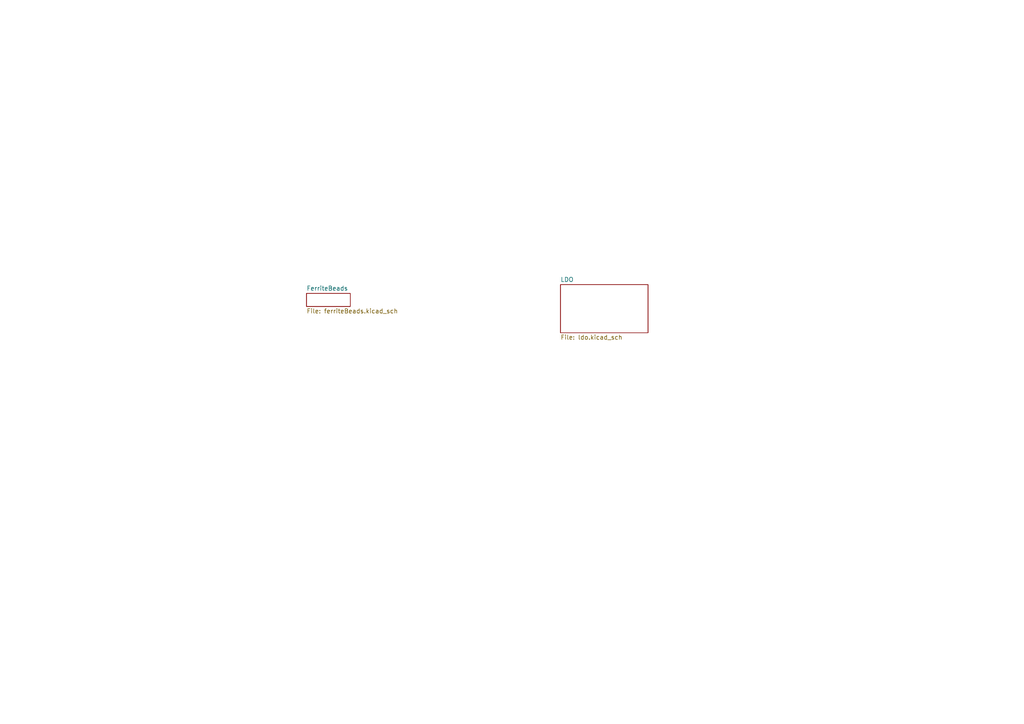
<source format=kicad_sch>
(kicad_sch
	(version 20231120)
	(generator "eeschema")
	(generator_version "8.0")
	(uuid "0712f9c4-99b3-4a72-a3b9-d5c09e8dbf85")
	(paper "A4")
	(lib_symbols)
	(sheet
		(at 162.56 82.55)
		(size 25.4 13.97)
		(fields_autoplaced yes)
		(stroke
			(width 0.1524)
			(type solid)
		)
		(fill
			(color 0 0 0 0.0000)
		)
		(uuid "3f728085-a917-4dca-a70c-207b3e573471")
		(property "Sheetname" "LDO"
			(at 162.56 81.8384 0)
			(effects
				(font
					(size 1.27 1.27)
				)
				(justify left bottom)
			)
		)
		(property "Sheetfile" "ldo.kicad_sch"
			(at 162.56 97.1046 0)
			(effects
				(font
					(size 1.27 1.27)
				)
				(justify left top)
			)
		)
		(instances
			(project "test_board_1"
				(path "/7acc191a-fe8c-48a0-9d8b-f697ef59ac03/52b67f2c-cc8e-4f62-a575-3aba327208d6"
					(page "7")
				)
			)
		)
	)
	(sheet
		(at 88.9 85.09)
		(size 12.7 3.81)
		(fields_autoplaced yes)
		(stroke
			(width 0.1524)
			(type solid)
		)
		(fill
			(color 0 0 0 0.0000)
		)
		(uuid "917687c7-2d6b-48b4-b766-3834def11aaf")
		(property "Sheetname" "FerriteBeads"
			(at 88.9 84.3784 0)
			(effects
				(font
					(size 1.27 1.27)
				)
				(justify left bottom)
			)
		)
		(property "Sheetfile" "ferriteBeads.kicad_sch"
			(at 88.9 89.4846 0)
			(effects
				(font
					(size 1.27 1.27)
				)
				(justify left top)
			)
		)
		(property "Field2" ""
			(at 88.9 85.09 0)
			(effects
				(font
					(size 1.27 1.27)
				)
				(hide yes)
			)
		)
		(instances
			(project "test_board_1"
				(path "/7acc191a-fe8c-48a0-9d8b-f697ef59ac03/52b67f2c-cc8e-4f62-a575-3aba327208d6"
					(page "7")
				)
			)
		)
	)
)

</source>
